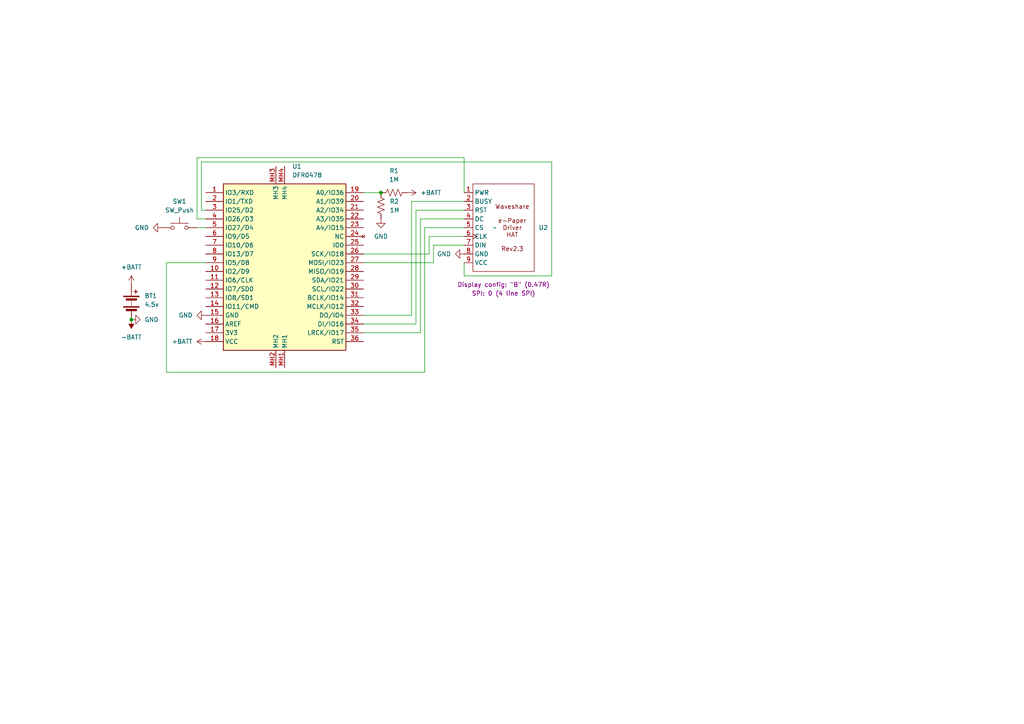
<source format=kicad_sch>
(kicad_sch (version 20230121) (generator eeschema)
  (paper "A4")
  (title_block (title "ESP32 7in EPaper Weather Station") (date "2024-06-22") (rev "v1") (company "UnsignedArduino") (comment 1 "I'm sorry for this horrible looking schematic"))
  (lib_symbols
    (symbol "Device:Battery" (pin_numbers hide) (pin_names (offset 0) hide)
      (property "Reference" "BT" (at 2.54 2.54 0))
      (property "Value" "Battery" (at 2.54 0 0))
      (symbol "Battery_0_1"
        (rectangle (start -2.286 -1.27) (end 2.286 -1.524) (fill (type outline)))
        (rectangle (start -2.286 1.778) (end 2.286 1.524) (fill (type outline)))
        (rectangle (start -1.524 -2.032) (end 1.524 -2.54) (fill (type outline)))
        (rectangle (start -1.524 1.016) (end 1.524 0.508) (fill (type outline)))
        (polyline (pts (xy 0 -1.016) (xy 0 -0.762)))
        (polyline (pts (xy 0 -0.508) (xy 0 -0.254)))
        (polyline (pts (xy 0 0) (xy 0 0.254)))
        (polyline (pts (xy 0 1.778) (xy 0 2.54)))
        (polyline (pts (xy 0.762 3.048) (xy 1.778 3.048)) (stroke (width 0.254)))
        (polyline (pts (xy 1.27 3.556) (xy 1.27 2.54)) (stroke (width 0.254)))
      )
      (symbol "Battery_1_1"
        (pin passive line (at 0 5.08 270) (length 2.54) (name "+") (number "1"))
        (pin passive line (at 0 -5.08 90) (length 2.54) (name "-") (number "2"))
      )
    )
    (symbol "Device:R_US" (pin_numbers hide) (pin_names (offset 0))
      (property "Reference" "R" (at 2.54 0 90))
      (property "Value" "R_US" (at -2.54 0 90))
      (symbol "R_US_0_1"
        (polyline (pts (xy 0 -2.286) (xy 0 -2.54)))
        (polyline (pts (xy 0 2.286) (xy 0 2.54)))
        (polyline (pts (xy 0 -0.762) (xy 1.016 -1.143) (xy 0 -1.524) (xy -1.016 -1.905) (xy 0 -2.286)))
        (polyline (pts (xy 0 0.762) (xy 1.016 0.381) (xy 0 0) (xy -1.016 -0.381) (xy 0 -0.762)))
        (polyline (pts (xy 0 2.286) (xy 1.016 1.905) (xy 0 1.524) (xy -1.016 1.143) (xy 0 0.762)))
      )
      (symbol "R_US_1_1"
        (pin passive line (at 0 3.81 270) (length 1.27) (name "~") (number "1"))
        (pin passive line (at 0 -3.81 90) (length 1.27) (name "~") (number "2"))
      )
    )
    (symbol "SamacSys_Parts:DFR0478"
      (property "Reference" "U" (at 54.61 20.32 0))
      (property "Value" "DFR0478" (at 54.61 17.78 0))
      (symbol "DFR0478_1_1"
        (rectangle (start 5.08 15.24) (end 53.34 -20.32) (stroke (width 0.254)) (fill (type background)))
        (pin passive line (at 50.8 20.32 270) (length 5.08) (name "IO3/RXD") (number "1"))
        (pin passive line (at 27.94 20.32 270) (length 5.08) (name "IO2/D9") (number "10"))
        (pin passive line (at 25.4 20.32 270) (length 5.08) (name "IO6/CLK") (number "11"))
        (pin passive line (at 22.86 20.32 270) (length 5.08) (name "IO7/SD0") (number "12"))
        (pin passive line (at 20.32 20.32 270) (length 5.08) (name "IO8/SD1") (number "13"))
        (pin passive line (at 17.78 20.32 270) (length 5.08) (name "IO11/CMD") (number "14"))
        (pin passive line (at 15.24 20.32 270) (length 5.08) (name "GND") (number "15"))
        (pin passive line (at 12.7 20.32 270) (length 5.08) (name "AREF") (number "16"))
        (pin passive line (at 10.16 20.32 270) (length 5.08) (name "3V3") (number "17"))
        (pin passive line (at 7.62 20.32 270) (length 5.08) (name "VCC") (number "18"))
        (pin passive line (at 50.8 -25.4 90) (length 5.08) (name "A0/IO36") (number "19"))
        (pin passive line (at 48.26 20.32 270) (length 5.08) (name "IO1/TXD") (number "2"))
        (pin passive line (at 48.26 -25.4 90) (length 5.08) (name "A1/IO39") (number "20"))
        (pin passive line (at 45.72 -25.4 90) (length 5.08) (name "A2/IO34") (number "21"))
        (pin passive line (at 43.18 -25.4 90) (length 5.08) (name "A3/IO35") (number "22"))
        (pin passive line (at 40.64 -25.4 90) (length 5.08) (name "A4/IO15") (number "23"))
        (pin no_connect line (at 38.1 -25.4 90) (length 5.08) (name "NC") (number "24"))
        (pin passive line (at 35.56 -25.4 90) (length 5.08) (name "IO0") (number "25"))
        (pin passive line (at 33.02 -25.4 90) (length 5.08) (name "SCK/IO18") (number "26"))
        (pin passive line (at 30.48 -25.4 90) (length 5.08) (name "MOSI/IO23") (number "27"))
        (pin passive line (at 27.94 -25.4 90) (length 5.08) (name "MISO/IO19") (number "28"))
        (pin passive line (at 25.4 -25.4 90) (length 5.08) (name "SDA/IO21") (number "29"))
        (pin passive line (at 45.72 20.32 270) (length 5.08) (name "IO25/D2") (number "3"))
        (pin passive line (at 22.86 -25.4 90) (length 5.08) (name "SCL/IO22") (number "30"))
        (pin passive line (at 20.32 -25.4 90) (length 5.08) (name "BCLK/IO14") (number "31"))
        (pin passive line (at 17.78 -25.4 90) (length 5.08) (name "MCLK/IO12") (number "32"))
        (pin passive line (at 15.24 -25.4 90) (length 5.08) (name "DO/IO4") (number "33"))
        (pin passive line (at 12.7 -25.4 90) (length 5.08) (name "DI/IO16") (number "34"))
        (pin passive line (at 10.16 -25.4 90) (length 5.08) (name "LRCK/IO17") (number "35"))
        (pin passive line (at 7.62 -25.4 90) (length 5.08) (name "RST") (number "36"))
        (pin passive line (at 43.18 20.32 270) (length 5.08) (name "IO26/D3") (number "4"))
        (pin passive line (at 40.64 20.32 270) (length 5.08) (name "IO27/D4") (number "5"))
        (pin passive line (at 38.1 20.32 270) (length 5.08) (name "IO9/D5") (number "6"))
        (pin passive line (at 35.56 20.32 270) (length 5.08) (name "IO10/D6") (number "7"))
        (pin passive line (at 33.02 20.32 270) (length 5.08) (name "IO13/D7") (number "8"))
        (pin passive line (at 30.48 20.32 270) (length 5.08) (name "IO5/D8") (number "9"))
        (pin passive line (at 0 -2.54 0) (length 5.08) (name "MH1") (number "MH1"))
        (pin passive line (at 0 0 0) (length 5.08) (name "MH2") (number "MH2"))
        (pin passive line (at 58.42 0 180) (length 5.08) (name "MH3") (number "MH3"))
        (pin passive line (at 58.42 -2.54 180) (length 5.08) (name "MH4") (number "MH4"))
      )
    )
    (symbol "Switch:SW_Push" (pin_numbers hide) (pin_names (offset 1.016) hide)
      (property "Reference" "SW" (at 1.27 2.54 0))
      (property "Value" "SW_Push" (at 0 -1.524 0))
      (symbol "SW_Push_0_1"
        (circle (center -2.032 0) (radius 0.508))
        (polyline (pts (xy 0 1.27) (xy 0 3.048)))
        (polyline (pts (xy 2.54 1.27) (xy -2.54 1.27)))
        (circle (center 2.032 0) (radius 0.508))
        (pin passive line (at -5.08 0 0) (length 2.54) (name "1") (number "1"))
        (pin passive line (at 5.08 0 180) (length 2.54) (name "2") (number "2"))
      )
    )
    (symbol "Waveshare:e-Paper_Driver_HAT"
      (property "Reference" "U" (at 0 0 0))
      (symbol "e-Paper_Driver_HAT_0_1"
        (rectangle (start -6.35 12.7) (end 11.43 -12.7))
      )
      (symbol "e-Paper_Driver_HAT_1_1"
        (text "Waveshare\n\ne-Paper\nDriver\nHAT\n\nRev2.3" (at 5.08 0 0) (effects (font (size 1.27 1.27))))
        (pin power_in line (at -8.89 10.16 0) (length 2.54) (name "PWR") (number "1"))
        (pin output line (at -8.89 7.62 0) (length 2.54) (name "BUSY") (number "2"))
        (pin input line (at -8.89 5.08 0) (length 2.54) (name "RST") (number "3"))
        (pin input line (at -8.89 2.54 0) (length 2.54) (name "DC") (number "4"))
        (pin input line (at -8.89 0 0) (length 2.54) (name "CS") (number "5"))
        (pin input clock (at -8.89 -2.54 0) (length 2.54) (name "CLK") (number "6"))
        (pin input line (at -8.89 -5.08 0) (length 2.54) (name "DIN") (number "7"))
        (pin power_out line (at -8.89 -7.62 0) (length 2.54) (name "GND") (number "8"))
        (pin power_in line (at -8.89 -10.16 0) (length 2.54) (name "VCC") (number "9"))
      )
    )
    (symbol "power:+BATT" (power) (pin_names (offset 0))
      (property "Value" "+BATT" (at 0 3.556 0))
      (symbol "+BATT_0_1"
        (polyline (pts (xy -0.762 1.27) (xy 0 2.54)))
        (polyline (pts (xy 0 0) (xy 0 2.54)))
        (polyline (pts (xy 0 2.54) (xy 0.762 1.27)))
      )
      (symbol "+BATT_1_1"
        (pin power_in line (at 0 0 90) (length 0) hide (name "+BATT") (number "1"))
      )
    )
    (symbol "power:-BATT" (power) (pin_names (offset 0))
      (property "Value" "-BATT" (at 0 3.556 0))
      (symbol "-BATT_0_1"
        (polyline (pts (xy 0 0) (xy 0 2.54)))
        (polyline (pts (xy 0.762 1.27) (xy -0.762 1.27) (xy 0 2.54) (xy 0.762 1.27)) (fill (type outline)))
      )
      (symbol "-BATT_1_1"
        (pin power_in line (at 0 0 90) (length 0) hide (name "-BATT") (number "1"))
      )
    )
    (symbol "power:GND" (power) (pin_names (offset 0))
      (property "Value" "GND" (at 0 -3.81 0))
      (symbol "GND_0_1"
        (polyline (pts (xy 0 0) (xy 0 -1.27) (xy 1.27 -1.27) (xy 0 -2.54) (xy -1.27 -1.27) (xy 0 -1.27)))
      )
      (symbol "GND_1_1"
        (pin power_in line (at 0 0 270) (length 0) hide (name "GND") (number "1"))
      )
    )
  )
  (junction (at 38.1 92.71))
  (junction (at 110.49 55.88))
  (wire (pts (xy 125.73 71.12) (xy 134.62 71.12)))
  (wire (pts (xy 160.02 80.01) (xy 134.62 80.01)))
  (wire (pts (xy 134.62 45.72) (xy 134.62 55.88)))
  (wire (pts (xy 57.15 63.5) (xy 59.69 63.5)))
  (wire (pts (xy 57.15 66.04) (xy 59.69 66.04)))
  (wire (pts (xy 48.26 76.2) (xy 59.69 76.2)))
  (wire (pts (xy 58.42 60.96) (xy 58.42 46.99)))
  (wire (pts (xy 121.92 96.52) (xy 121.92 63.5)))
  (wire (pts (xy 119.38 58.42) (xy 134.62 58.42)))
  (wire (pts (xy 124.46 73.66) (xy 124.46 68.58)))
  (wire (pts (xy 57.15 45.72) (xy 134.62 45.72)))
  (wire (pts (xy 119.38 91.44) (xy 119.38 58.42)))
  (wire (pts (xy 134.62 80.01) (xy 134.62 76.2)))
  (wire (pts (xy 105.41 55.88) (xy 110.49 55.88)))
  (wire (pts (xy 105.41 73.66) (xy 124.46 73.66)))
  (wire (pts (xy 160.02 46.99) (xy 160.02 80.01)))
  (wire (pts (xy 125.73 76.2) (xy 125.73 71.12)))
  (wire (pts (xy 120.65 60.96) (xy 134.62 60.96)))
  (wire (pts (xy 121.92 63.5) (xy 134.62 63.5)))
  (wire (pts (xy 123.19 107.95) (xy 123.19 66.04)))
  (wire (pts (xy 48.26 76.2) (xy 48.26 107.95)))
  (wire (pts (xy 105.41 91.44) (xy 119.38 91.44)))
  (wire (pts (xy 57.15 45.72) (xy 57.15 63.5)))
  (wire (pts (xy 120.65 93.98) (xy 120.65 60.96)))
  (wire (pts (xy 105.41 96.52) (xy 121.92 96.52)))
  (wire (pts (xy 58.42 46.99) (xy 160.02 46.99)))
  (wire (pts (xy 105.41 76.2) (xy 125.73 76.2)))
  (wire (pts (xy 59.69 60.96) (xy 58.42 60.96)))
  (wire (pts (xy 123.19 66.04) (xy 134.62 66.04)))
  (wire (pts (xy 48.26 107.95) (xy 123.19 107.95)))
  (wire (pts (xy 105.41 93.98) (xy 120.65 93.98)))
  (wire (pts (xy 124.46 68.58) (xy 134.62 68.58)))
  (symbol (lib_id "Device:R_US") (at 110.49 59.69 0) (unit 1)
    (property "Reference" "R2" (at 113.03 58.42 0) (effects (justify left)))
    (property "Value" "1M" (at 113.03 60.96 0) (effects (justify left)))
  )
  (symbol (lib_id "Device:R_US") (at 114.3 55.88 270) (unit 1)
    (property "Reference" "R1" (at 114.3 49.53 90))
    (property "Value" "1M" (at 114.3 52.07 90))
  )
  (symbol (lib_id "Waveshare:e-Paper_Driver_HAT") (at 143.51 66.04 0) (unit 1)
    (property "Reference" "U2" (at 156.21 66.04 0) (effects (justify left)))
    (property "Value" "~" (at 143.51 66.04 0))
    (property "Display config" "\"B\" (0.47R)" (at 146.05 82.55 0) (show_name))
    (property "SPI" "0 (4 line SPI)" (at 146.05 85.09 0) (show_name))
  )
  (symbol (lib_id "power:+BATT") (at 38.1 82.55 0) (unit 1)
    (property "Reference" "#PWR010" (effects hide))
    (property "Value" "+BATT" (at 38.1 77.47 0))
  )
  (symbol (lib_id "Device:Battery") (at 38.1 87.63 0) (unit 1)
    (property "Reference" "BT1" (at 41.91 85.7885 0) (effects (justify left)))
    (property "Value" "4.5v" (at 41.91 88.3285 0) (effects (justify left)))
  )
  (symbol (lib_id "power:GND") (at 46.99 66.04 270) (unit 1)
    (property "Reference" "#PWR03" (effects hide))
    (property "Value" "GND" (at 43.18 66.04 90) (effects (justify right)))
  )
  (symbol (lib_id "power:+BATT") (at 118.11 55.88 270) (unit 1)
    (property "Reference" "#PWR08" (effects hide))
    (property "Value" "+BATT" (at 121.92 55.88 90) (effects (justify left)))
  )
  (symbol (lib_id "power:+BATT") (at 59.69 99.06 90) (unit 1)
    (property "Reference" "#PWR04" (effects hide))
    (property "Value" "+BATT" (at 55.88 99.06 90) (effects (justify left)))
  )
  (symbol (lib_id "power:GND") (at 134.62 73.66 270) (unit 1)
    (property "Reference" "#PWR01" (effects hide))
    (property "Value" "GND" (at 130.81 73.66 90) (effects (justify right)))
  )
  (symbol (lib_id "SamacSys_Parts:DFR0478") (at 80.01 106.68 90) (unit 1)
    (property "Reference" "U1" (at 84.7441 48.26 90) (effects (justify right)))
    (property "Value" "DFR0478" (at 84.7441 50.8 90) (effects (justify right)))
    (property "Footprint" "FIREBEETLE_ESP32" (effects hide))
    (property "Datasheet" "https://datasheet.datasheetarchive.com/originals/distributors/DKDS-1/13356.pdf" (effects hide))
    (property "Manufacturer_Name" "DFRobot" (effects hide))
    (property "Manufacturer_Part_Number" "DFR0478" (effects hide))
    (property "Mouser Part Number" "426-DFR0478" (effects hide))
    (property "Mouser Price/Stock" "https://www.mouser.co.uk/ProductDetail/DFRobot/DFR0478?qs=EU6FO9ffTwc%252BR65h2NUGQw%3D%3D" (effects hide))
    (property "Arrow Part Number" "DFR0478" (effects hide))
    (property "Arrow Price/Stock" "https://www.arrow.com/en/products/dfr0478/dfrobot?region=nac" (effects hide))
  )
  (symbol (lib_id "power:GND") (at 110.49 63.5 0) (unit 1)
    (property "Reference" "#PWR07" (effects hide))
    (property "Value" "GND" (at 110.49 68.58 0))
  )
  (symbol (lib_id "power:-BATT") (at 38.1 92.71 180) (unit 1)
    (property "Reference" "#PWR09" (effects hide))
    (property "Value" "-BATT" (at 38.1 97.79 0))
  )
  (symbol (lib_id "power:GND") (at 59.69 91.44 270) (unit 1)
    (property "Reference" "#PWR02" (effects hide))
    (property "Value" "GND" (at 55.88 91.44 90) (effects (justify right)))
  )
  (symbol (lib_id "power:GND") (at 38.1 92.71 90) (unit 1)
    (property "Reference" "#PWR05" (effects hide))
    (property "Value" "GND" (at 41.91 92.71 90) (effects (justify right)))
  )
  (symbol (lib_id "Switch:SW_Push") (at 52.07 66.04 0) (unit 1)
    (property "Reference" "SW1" (at 52.07 58.42 0))
    (property "Value" "SW_Push" (at 52.07 60.96 0))
  )
)
</source>
